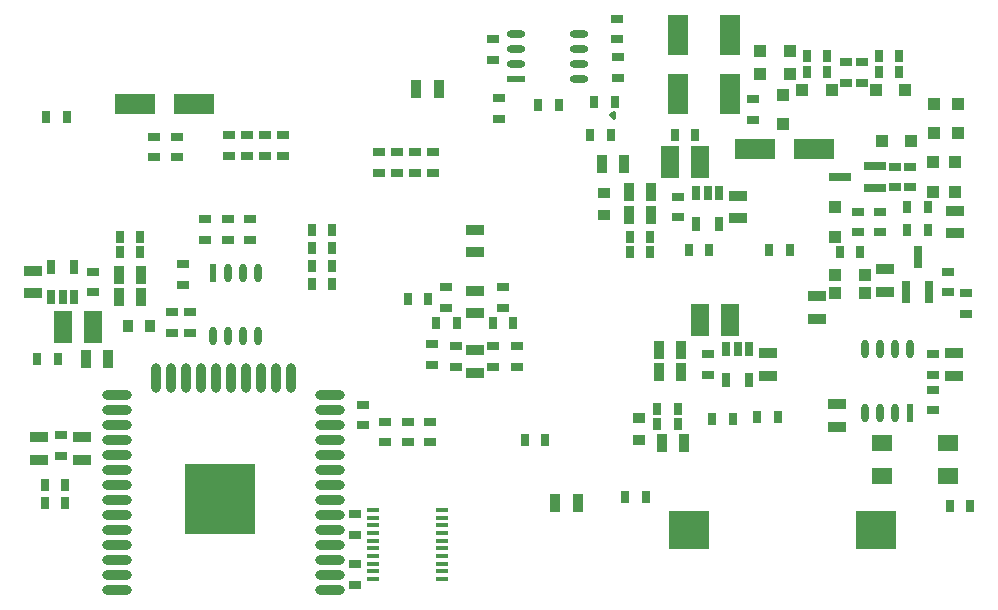
<source format=gbp>
G04 #@! TF.GenerationSoftware,KiCad,Pcbnew,5.0.0-rc2-dev-unknown+dfsg1+20180318-2*
G04 #@! TF.CreationDate,2018-06-04T00:15:21+02:00*
G04 #@! TF.ProjectId,ulx3s,756C7833732E6B696361645F70636200,rev?*
G04 #@! TF.SameCoordinates,Original*
G04 #@! TF.FileFunction,Paste,Bot*
G04 #@! TF.FilePolarity,Positive*
%FSLAX46Y46*%
G04 Gerber Fmt 4.6, Leading zero omitted, Abs format (unit mm)*
G04 Created by KiCad (PCBNEW 5.0.0-rc2-dev-unknown+dfsg1+20180318-2) date Mon Jun  4 00:15:21 2018*
%MOMM*%
%LPD*%
G01*
G04 APERTURE LIST*
%ADD10C,0.350000*%
%ADD11R,0.700000X1.200000*%
%ADD12R,1.000000X0.400000*%
%ADD13R,3.500000X3.300000*%
%ADD14R,0.600000X1.550000*%
%ADD15O,0.600000X1.550000*%
%ADD16O,2.500000X0.900000*%
%ADD17O,0.900000X2.500000*%
%ADD18R,6.000000X6.000000*%
%ADD19R,1.800000X1.400000*%
%ADD20R,0.970000X1.500000*%
%ADD21R,1.500000X0.970000*%
%ADD22R,0.670000X1.000000*%
%ADD23R,1.000000X0.670000*%
%ADD24R,1.000000X1.000000*%
%ADD25R,0.800000X1.900000*%
%ADD26R,1.900000X0.800000*%
%ADD27R,3.500000X1.800000*%
%ADD28R,1.800000X3.500000*%
%ADD29R,1.000000X0.845000*%
%ADD30R,0.845000X1.000000*%
%ADD31R,1.550000X0.600000*%
%ADD32O,1.550000X0.600000*%
%ADD33R,1.500000X2.700000*%
G04 APERTURE END LIST*
D10*
X150296000Y-71062000D02*
X150046000Y-70812000D01*
X150046000Y-70812000D02*
X150296000Y-70562000D01*
X150296000Y-70562000D02*
X150296000Y-71062000D01*
D11*
X159825000Y-90600000D03*
X160775000Y-90600000D03*
X161725000Y-90600000D03*
X161725000Y-93200000D03*
X159825000Y-93200000D03*
X104575000Y-86215000D03*
X103625000Y-86215000D03*
X102675000Y-86215000D03*
X102675000Y-83615000D03*
X104575000Y-83615000D03*
X157285000Y-77392000D03*
X158235000Y-77392000D03*
X159185000Y-77392000D03*
X159185000Y-79992000D03*
X157285000Y-79992000D03*
D12*
X135735000Y-104215000D03*
X135735000Y-104865000D03*
X135735000Y-105515000D03*
X135735000Y-106165000D03*
X135735000Y-106815000D03*
X135735000Y-107465000D03*
X135735000Y-108115000D03*
X135735000Y-108765000D03*
X135735000Y-109415000D03*
X135735000Y-110065000D03*
X129935000Y-110065000D03*
X129935000Y-109415000D03*
X129935000Y-108765000D03*
X129935000Y-108115000D03*
X129935000Y-107465000D03*
X129935000Y-106815000D03*
X129935000Y-106165000D03*
X129935000Y-105515000D03*
X129935000Y-104865000D03*
X129935000Y-104215000D03*
D13*
X172485000Y-105870000D03*
X156685000Y-105870000D03*
D14*
X175395000Y-96015000D03*
D15*
X174125000Y-96015000D03*
X172855000Y-96015000D03*
X171585000Y-96015000D03*
X171585000Y-90615000D03*
X172855000Y-90615000D03*
X174125000Y-90615000D03*
X175395000Y-90615000D03*
D14*
X116325000Y-84120000D03*
D15*
X117595000Y-84120000D03*
X118865000Y-84120000D03*
X120135000Y-84120000D03*
X120135000Y-89520000D03*
X118865000Y-89520000D03*
X117595000Y-89520000D03*
X116325000Y-89520000D03*
D16*
X126230000Y-111000000D03*
X126230000Y-109730000D03*
X126230000Y-108460000D03*
X126230000Y-107190000D03*
X126230000Y-105920000D03*
X126230000Y-104650000D03*
X126230000Y-103380000D03*
X126230000Y-102110000D03*
X126230000Y-100840000D03*
X126230000Y-99570000D03*
X126230000Y-98300000D03*
X126230000Y-97030000D03*
X126230000Y-95760000D03*
X126230000Y-94490000D03*
D17*
X122945000Y-93000000D03*
X121675000Y-93000000D03*
X120405000Y-93000000D03*
X119135000Y-93000000D03*
X117865000Y-93000000D03*
X116595000Y-93000000D03*
X115325000Y-93000000D03*
X114055000Y-93000000D03*
X112785000Y-93000000D03*
X111515000Y-93000000D03*
D16*
X108230000Y-94490000D03*
X108230000Y-95760000D03*
X108230000Y-97030000D03*
X108230000Y-98300000D03*
X108230000Y-99570000D03*
X108230000Y-100840000D03*
X108230000Y-102110000D03*
X108230000Y-103380000D03*
X108230000Y-104650000D03*
X108230000Y-105920000D03*
X108230000Y-107190000D03*
X108230000Y-108460000D03*
X108230000Y-109730000D03*
X108230000Y-111000000D03*
D18*
X116930000Y-103300000D03*
D19*
X178576000Y-98522000D03*
X172976000Y-98522000D03*
X172976000Y-101322000D03*
X178576000Y-101322000D03*
D20*
X133546000Y-68550000D03*
X135456000Y-68550000D03*
D21*
X101085000Y-83960000D03*
X101085000Y-85870000D03*
D22*
X153985000Y-96910000D03*
X155735000Y-96910000D03*
D20*
X156015000Y-90630000D03*
X154105000Y-90630000D03*
X154105000Y-92535000D03*
X156015000Y-92535000D03*
D21*
X163315000Y-90945000D03*
X163315000Y-92855000D03*
D22*
X151645000Y-82375000D03*
X153395000Y-82375000D03*
D20*
X153475000Y-79200000D03*
X151565000Y-79200000D03*
X153475000Y-77295000D03*
X151565000Y-77295000D03*
D21*
X160775000Y-79520000D03*
X160775000Y-77610000D03*
D22*
X108465000Y-81105000D03*
X110215000Y-81105000D03*
D20*
X108385000Y-84280000D03*
X110295000Y-84280000D03*
X110295000Y-86185000D03*
X108385000Y-86185000D03*
D21*
X173221000Y-83833000D03*
X173221000Y-85743000D03*
D23*
X175380000Y-76900000D03*
X175380000Y-75150000D03*
D21*
X105276000Y-99967000D03*
X105276000Y-98057000D03*
X167506000Y-88029000D03*
X167506000Y-86119000D03*
X138500000Y-90665000D03*
X138500000Y-92575000D03*
D23*
X150589600Y-64359000D03*
X150589600Y-62609000D03*
D21*
X138500000Y-82375000D03*
X138500000Y-80465000D03*
X138500000Y-87575000D03*
X138500000Y-85665000D03*
X101593000Y-99967000D03*
X101593000Y-98057000D03*
D20*
X154359000Y-98504000D03*
X156269000Y-98504000D03*
X105591000Y-91392000D03*
X107501000Y-91392000D03*
X151189000Y-74882000D03*
X149279000Y-74882000D03*
D23*
X140900000Y-87095000D03*
X140900000Y-85345000D03*
X136100000Y-87095000D03*
X136100000Y-85345000D03*
X136900000Y-92095000D03*
X136900000Y-90345000D03*
X140100000Y-90345000D03*
X140100000Y-92095000D03*
X142100000Y-92095000D03*
X142100000Y-90345000D03*
X134900000Y-90145000D03*
X134900000Y-91895000D03*
D22*
X135225000Y-88420000D03*
X136975000Y-88420000D03*
X140025000Y-88420000D03*
X141775000Y-88420000D03*
X163425000Y-82220000D03*
X165175000Y-82220000D03*
X158375000Y-82220000D03*
X156625000Y-82220000D03*
D23*
X177300000Y-94025000D03*
X177300000Y-95775000D03*
D20*
X145342000Y-103584000D03*
X147252000Y-103584000D03*
D22*
X103995000Y-70963000D03*
X102245000Y-70963000D03*
X103245000Y-91410000D03*
X101495000Y-91410000D03*
D23*
X180094000Y-87586000D03*
X180094000Y-85836000D03*
D22*
X180473000Y-103856000D03*
X178723000Y-103856000D03*
X158645000Y-96490000D03*
X160395000Y-96490000D03*
X132827200Y-86330000D03*
X134577200Y-86330000D03*
D21*
X169172000Y-95281000D03*
X169172000Y-97191000D03*
X179190000Y-80790000D03*
X179190000Y-78880000D03*
D24*
X169050000Y-84280000D03*
X171550000Y-84280000D03*
X169030000Y-78585000D03*
X169030000Y-81085000D03*
X171550000Y-85804000D03*
X169050000Y-85804000D03*
X179190000Y-74775000D03*
X179190000Y-77275000D03*
X177285000Y-77275000D03*
X177285000Y-74775000D03*
X172987000Y-72977000D03*
X175487000Y-72977000D03*
X164585000Y-69060000D03*
X164585000Y-71560000D03*
X168756000Y-68659000D03*
X166256000Y-68659000D03*
X174979000Y-68659000D03*
X172479000Y-68659000D03*
X165200000Y-67262000D03*
X162700000Y-67262000D03*
X162700000Y-65357000D03*
X165200000Y-65357000D03*
X177412000Y-72322000D03*
X177412000Y-69822000D03*
X179444000Y-69822000D03*
X179444000Y-72322000D03*
D25*
X176015000Y-82780000D03*
X175065000Y-85780000D03*
X176965000Y-85780000D03*
D26*
X172435000Y-75075000D03*
X172435000Y-76975000D03*
X169435000Y-76025000D03*
D27*
X114761000Y-69802000D03*
X109761000Y-69802000D03*
X167212000Y-73612000D03*
X162212000Y-73612000D03*
D28*
X155695000Y-69000000D03*
X155695000Y-64000000D03*
X160140000Y-69000000D03*
X160140000Y-64000000D03*
D23*
X113277000Y-74360000D03*
X113277000Y-72610000D03*
X111372000Y-72610000D03*
X111372000Y-74360000D03*
D22*
X155455000Y-72487000D03*
X157205000Y-72487000D03*
D23*
X171331000Y-66278000D03*
X171331000Y-68028000D03*
X169919000Y-68028000D03*
X169919000Y-66278000D03*
D22*
X174477000Y-65738000D03*
X172727000Y-65738000D03*
D23*
X128390000Y-106321000D03*
X128390000Y-104571000D03*
X117722000Y-72483000D03*
X117722000Y-74233000D03*
X119246000Y-74233000D03*
X119246000Y-72483000D03*
X120770000Y-72483000D03*
X120770000Y-74233000D03*
X122294000Y-74233000D03*
X122294000Y-72483000D03*
D22*
X145655000Y-69900000D03*
X143905000Y-69900000D03*
D29*
X152393000Y-96398500D03*
X152393000Y-98323500D03*
D30*
X111064500Y-88598000D03*
X109139500Y-88598000D03*
D29*
X149472000Y-77348500D03*
X149472000Y-79273500D03*
D22*
X166631000Y-65738000D03*
X168381000Y-65738000D03*
D23*
X134740000Y-96740000D03*
X134740000Y-98490000D03*
D31*
X141980000Y-67706500D03*
D32*
X141980000Y-66436500D03*
X141980000Y-65166500D03*
X141980000Y-63896500D03*
X147380000Y-63896500D03*
X147380000Y-65166500D03*
X147380000Y-66436500D03*
X147380000Y-67706500D03*
D21*
X179078000Y-90963000D03*
X179078000Y-92873000D03*
D23*
X177300000Y-92793000D03*
X177300000Y-91043000D03*
D33*
X160140000Y-88090000D03*
X157600000Y-88090000D03*
X103625000Y-88725000D03*
X106165000Y-88725000D03*
X155060000Y-74755000D03*
X157600000Y-74755000D03*
D22*
X171175000Y-82375000D03*
X169425000Y-82375000D03*
D23*
X172840000Y-78960000D03*
X172840000Y-80710000D03*
X162045000Y-71185000D03*
X162045000Y-69435000D03*
D22*
X176890000Y-80470000D03*
X175140000Y-80470000D03*
D23*
X174110000Y-75150000D03*
X174110000Y-76900000D03*
X178555000Y-85790000D03*
X178555000Y-84040000D03*
X113785000Y-85155000D03*
X113785000Y-83405000D03*
X170935000Y-80710000D03*
X170935000Y-78960000D03*
X128390000Y-110555000D03*
X128390000Y-108805000D03*
D22*
X151264000Y-103076000D03*
X153014000Y-103076000D03*
D23*
X119500000Y-81345000D03*
X119500000Y-79595000D03*
X114420000Y-89219000D03*
X114420000Y-87469000D03*
D22*
X175140000Y-78565000D03*
X176890000Y-78565000D03*
X124721000Y-85060000D03*
X126471000Y-85060000D03*
X126471000Y-83536000D03*
X124721000Y-83536000D03*
X124721000Y-82012000D03*
X126471000Y-82012000D03*
X126471000Y-80470000D03*
X124721000Y-80470000D03*
D23*
X130422000Y-73898000D03*
X130422000Y-75648000D03*
X131961000Y-73898000D03*
X131961000Y-75648000D03*
X133485000Y-73898000D03*
X133485000Y-75648000D03*
X135009000Y-75648000D03*
X135009000Y-73898000D03*
X140025500Y-66105000D03*
X140025500Y-64355000D03*
X140597000Y-71076000D03*
X140597000Y-69326000D03*
X150615000Y-67647000D03*
X150615000Y-65897000D03*
D22*
X148300000Y-72487000D03*
X150050000Y-72487000D03*
X150362000Y-69693000D03*
X148612000Y-69693000D03*
D23*
X129025000Y-95300000D03*
X129025000Y-97050000D03*
X117595000Y-79595000D03*
X117595000Y-81345000D03*
X112896000Y-89219000D03*
X112896000Y-87469000D03*
X115690000Y-79595000D03*
X115690000Y-81345000D03*
D22*
X142755000Y-98250000D03*
X144505000Y-98250000D03*
D23*
X132835000Y-98490000D03*
X132835000Y-96740000D03*
X130930000Y-96740000D03*
X130930000Y-98490000D03*
D22*
X102115000Y-103600000D03*
X103865000Y-103600000D03*
X102115000Y-102060000D03*
X103865000Y-102060000D03*
D23*
X103498000Y-99633000D03*
X103498000Y-97883000D03*
D22*
X164190000Y-96345000D03*
X162440000Y-96345000D03*
X168381000Y-67135000D03*
X166631000Y-67135000D03*
X174475000Y-67120000D03*
X172725000Y-67120000D03*
X153985000Y-95640000D03*
X155735000Y-95640000D03*
X110215000Y-82375000D03*
X108465000Y-82375000D03*
X151645000Y-81105000D03*
X153395000Y-81105000D03*
D23*
X158235000Y-92775000D03*
X158235000Y-91025000D03*
X106165000Y-85790000D03*
X106165000Y-84040000D03*
X155695000Y-79440000D03*
X155695000Y-77690000D03*
M02*

</source>
